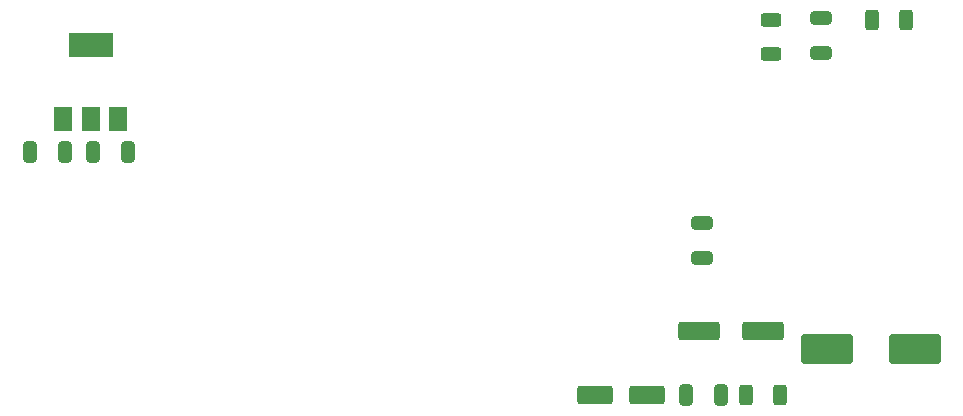
<source format=gbr>
%TF.GenerationSoftware,KiCad,Pcbnew,7.0.9*%
%TF.CreationDate,2024-08-11T11:44:12+10:00*%
%TF.ProjectId,AFPI Device V1.1,41465049-2044-4657-9669-63652056312e,rev?*%
%TF.SameCoordinates,Original*%
%TF.FileFunction,Paste,Top*%
%TF.FilePolarity,Positive*%
%FSLAX46Y46*%
G04 Gerber Fmt 4.6, Leading zero omitted, Abs format (unit mm)*
G04 Created by KiCad (PCBNEW 7.0.9) date 2024-08-11 11:44:12*
%MOMM*%
%LPD*%
G01*
G04 APERTURE LIST*
G04 Aperture macros list*
%AMRoundRect*
0 Rectangle with rounded corners*
0 $1 Rounding radius*
0 $2 $3 $4 $5 $6 $7 $8 $9 X,Y pos of 4 corners*
0 Add a 4 corners polygon primitive as box body*
4,1,4,$2,$3,$4,$5,$6,$7,$8,$9,$2,$3,0*
0 Add four circle primitives for the rounded corners*
1,1,$1+$1,$2,$3*
1,1,$1+$1,$4,$5*
1,1,$1+$1,$6,$7*
1,1,$1+$1,$8,$9*
0 Add four rect primitives between the rounded corners*
20,1,$1+$1,$2,$3,$4,$5,0*
20,1,$1+$1,$4,$5,$6,$7,0*
20,1,$1+$1,$6,$7,$8,$9,0*
20,1,$1+$1,$8,$9,$2,$3,0*%
G04 Aperture macros list end*
%ADD10RoundRect,0.250000X-0.325000X-0.650000X0.325000X-0.650000X0.325000X0.650000X-0.325000X0.650000X0*%
%ADD11RoundRect,0.250000X0.650000X-0.325000X0.650000X0.325000X-0.650000X0.325000X-0.650000X-0.325000X0*%
%ADD12RoundRect,0.250000X0.325000X0.650000X-0.325000X0.650000X-0.325000X-0.650000X0.325000X-0.650000X0*%
%ADD13RoundRect,0.250000X0.312500X0.625000X-0.312500X0.625000X-0.312500X-0.625000X0.312500X-0.625000X0*%
%ADD14RoundRect,0.250000X1.500000X0.550000X-1.500000X0.550000X-1.500000X-0.550000X1.500000X-0.550000X0*%
%ADD15RoundRect,0.250000X1.250000X0.550000X-1.250000X0.550000X-1.250000X-0.550000X1.250000X-0.550000X0*%
%ADD16R,1.500000X2.000000*%
%ADD17R,3.800000X2.000000*%
%ADD18RoundRect,0.250000X-1.950000X-1.000000X1.950000X-1.000000X1.950000X1.000000X-1.950000X1.000000X0*%
%ADD19RoundRect,0.250000X0.625000X-0.312500X0.625000X0.312500X-0.625000X0.312500X-0.625000X-0.312500X0*%
G04 APERTURE END LIST*
D10*
%TO.C,C1*%
X100506000Y-118999000D03*
X103456000Y-118999000D03*
%TD*%
D11*
%TO.C,C5*%
X167458000Y-110588000D03*
X167458000Y-107638000D03*
%TD*%
D12*
%TO.C,C2*%
X108790000Y-118999000D03*
X105840000Y-118999000D03*
%TD*%
D13*
%TO.C,R1*%
X174719500Y-107833000D03*
X171794500Y-107833000D03*
%TD*%
D14*
%TO.C,C6*%
X162583000Y-134122000D03*
X157183000Y-134122000D03*
%TD*%
D15*
%TO.C,C3*%
X152736000Y-139573000D03*
X148336000Y-139573000D03*
%TD*%
D16*
%TO.C,U1*%
X103364000Y-116180000D03*
X105664000Y-116180000D03*
X107964000Y-116180000D03*
D17*
X105664000Y-109880000D03*
%TD*%
D18*
%TO.C,C7*%
X168016000Y-135646000D03*
X175416000Y-135646000D03*
%TD*%
D19*
%TO.C,R2*%
X163267000Y-110702500D03*
X163267000Y-107777500D03*
%TD*%
D13*
%TO.C,R3*%
X164051500Y-139583000D03*
X161126500Y-139583000D03*
%TD*%
D11*
%TO.C,C4*%
X157425000Y-127950000D03*
X157425000Y-125000000D03*
%TD*%
D10*
%TO.C,C8*%
X156077000Y-139583000D03*
X159027000Y-139583000D03*
%TD*%
M02*

</source>
